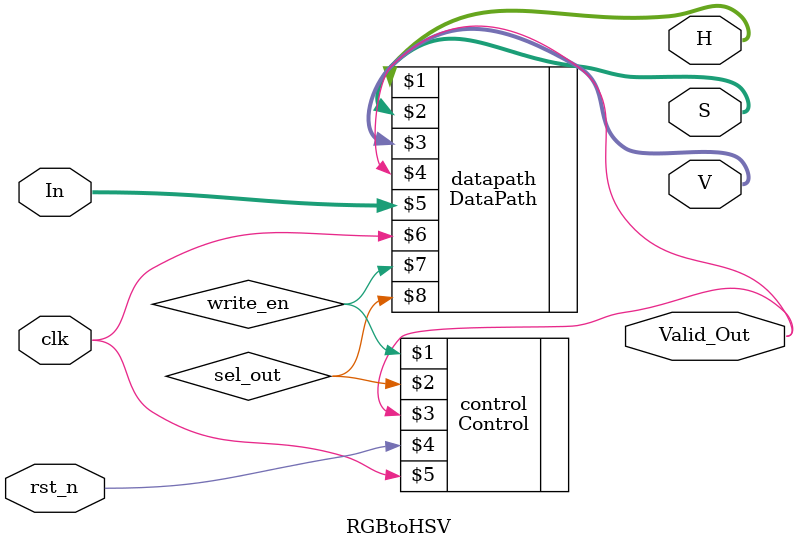
<source format=v>
module RGBtoHSV(H, S, V, Valid_Out, In, rst_n, clk);
output [31:0] H, S, V;
output Valid_Out;
input clk, rst_n;
input [95:0] In;

wire  write_en, sel_out; 


/*
Control ins0(Out_Valid, In_Valid, rst_n, clk);
DataPath ins1(H, S, V, In, clk);
*/

Control control(write_en, sel_out, Valid_Out, rst_n, clk);
DataPath datapath(H, S, V, /*Valid_In,*/ Valid_Out, In, clk, write_en, sel_out);
endmodule

</source>
